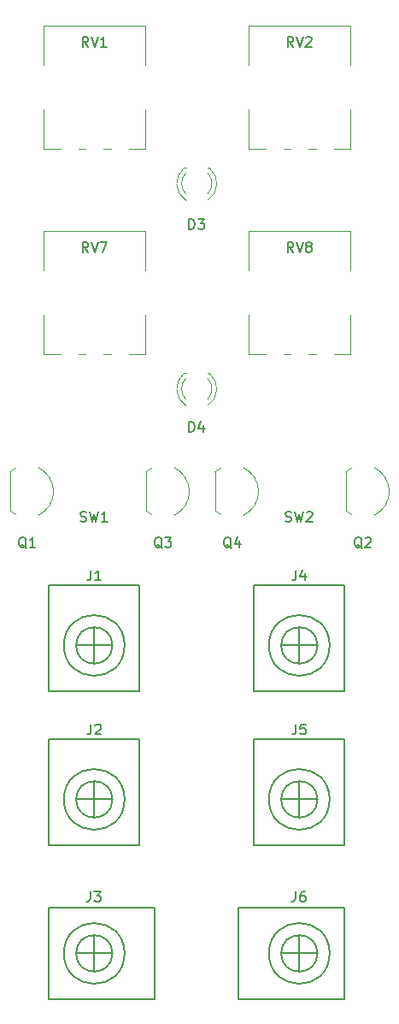
<source format=gbr>
G04 #@! TF.GenerationSoftware,KiCad,Pcbnew,(5.0.0)*
G04 #@! TF.CreationDate,2018-08-12T22:18:08+08:00*
G04 #@! TF.ProjectId,VCA,5643412E6B696361645F706362000000,rev?*
G04 #@! TF.SameCoordinates,PX18392c0PY18392c0*
G04 #@! TF.FileFunction,Legend,Top*
G04 #@! TF.FilePolarity,Positive*
%FSLAX46Y46*%
G04 Gerber Fmt 4.6, Leading zero omitted, Abs format (unit mm)*
G04 Created by KiCad (PCBNEW (5.0.0)) date 08/12/18 22:18:08*
%MOMM*%
%LPD*%
G01*
G04 APERTURE LIST*
%ADD10C,0.120000*%
%ADD11C,0.150000*%
G04 APERTURE END LIST*
D10*
G04 #@! TO.C,Q3*
X97185736Y-79264383D02*
G75*
G02X96598000Y-78872000I1112264J2302383D01*
G01*
X99396807Y-79318400D02*
G75*
G03X100898000Y-76962000I-1098807J2356400D01*
G01*
X99396807Y-74605600D02*
G75*
G02X100898000Y-76962000I-1098807J-2356400D01*
G01*
X97175955Y-74639369D02*
G75*
G03X96598000Y-75022000I1122045J-2322631D01*
G01*
X96598000Y-75022000D02*
X96598000Y-78872000D01*
G04 #@! TO.C,Q4*
X103456000Y-75022000D02*
X103456000Y-78872000D01*
X104033955Y-74639369D02*
G75*
G03X103456000Y-75022000I1122045J-2322631D01*
G01*
X106254807Y-74605600D02*
G75*
G02X107756000Y-76962000I-1098807J-2356400D01*
G01*
X106254807Y-79318400D02*
G75*
G03X107756000Y-76962000I-1098807J2356400D01*
G01*
X104043736Y-79264383D02*
G75*
G02X103456000Y-78872000I1112264J2302383D01*
G01*
G04 #@! TO.C,Q1*
X83723736Y-79264383D02*
G75*
G02X83136000Y-78872000I1112264J2302383D01*
G01*
X85934807Y-79318400D02*
G75*
G03X87436000Y-76962000I-1098807J2356400D01*
G01*
X85934807Y-74605600D02*
G75*
G02X87436000Y-76962000I-1098807J-2356400D01*
G01*
X83713955Y-74639369D02*
G75*
G03X83136000Y-75022000I1122045J-2322631D01*
G01*
X83136000Y-75022000D02*
X83136000Y-78872000D01*
G04 #@! TO.C,Q2*
X116410000Y-75022000D02*
X116410000Y-78872000D01*
X116987955Y-74639369D02*
G75*
G03X116410000Y-75022000I1122045J-2322631D01*
G01*
X119208807Y-74605600D02*
G75*
G02X120710000Y-76962000I-1098807J-2356400D01*
G01*
X119208807Y-79318400D02*
G75*
G03X120710000Y-76962000I-1098807J2356400D01*
G01*
X116997736Y-79264383D02*
G75*
G02X116410000Y-78872000I1112264J2302383D01*
G01*
D11*
G04 #@! TO.C,J2*
X93270480Y-107436920D02*
G75*
G03X93270480Y-107436920I-1800000J0D01*
G01*
X94477139Y-107436920D02*
G75*
G03X94477139Y-107436920I-3006659J0D01*
G01*
X86970480Y-101436920D02*
X86970480Y-111936920D01*
X95970480Y-101436920D02*
X86970480Y-101436920D01*
X95970480Y-111936920D02*
X95970480Y-101436920D01*
X86970480Y-111936920D02*
X95970480Y-111936920D01*
X91470480Y-105636920D02*
X91470480Y-109236920D01*
X93270480Y-107436920D02*
X89670480Y-107436920D01*
D10*
G04 #@! TO.C,RV8*
X106809480Y-63376920D02*
X106809480Y-59439920D01*
X106809480Y-55072920D02*
X106809480Y-51136920D01*
X116850480Y-63376920D02*
X116850480Y-59439920D01*
X116850480Y-55072920D02*
X116850480Y-51136920D01*
X106809480Y-63376920D02*
X108459480Y-63376920D01*
X110201480Y-63376920D02*
X110960480Y-63376920D01*
X112701480Y-63376920D02*
X113460480Y-63376920D01*
X115200480Y-63376920D02*
X116850480Y-63376920D01*
X106809480Y-51136920D02*
X116850480Y-51136920D01*
G04 #@! TO.C,RV7*
X86489480Y-63376920D02*
X86489480Y-59439920D01*
X86489480Y-55072920D02*
X86489480Y-51136920D01*
X96530480Y-63376920D02*
X96530480Y-59439920D01*
X96530480Y-55072920D02*
X96530480Y-51136920D01*
X86489480Y-63376920D02*
X88139480Y-63376920D01*
X89881480Y-63376920D02*
X90640480Y-63376920D01*
X92381480Y-63376920D02*
X93140480Y-63376920D01*
X94880480Y-63376920D02*
X96530480Y-63376920D01*
X86489480Y-51136920D02*
X96530480Y-51136920D01*
G04 #@! TO.C,RV2*
X106809480Y-43056920D02*
X106809480Y-39119920D01*
X106809480Y-34752920D02*
X106809480Y-30816920D01*
X116850480Y-43056920D02*
X116850480Y-39119920D01*
X116850480Y-34752920D02*
X116850480Y-30816920D01*
X106809480Y-43056920D02*
X108459480Y-43056920D01*
X110201480Y-43056920D02*
X110960480Y-43056920D01*
X112701480Y-43056920D02*
X113460480Y-43056920D01*
X115200480Y-43056920D02*
X116850480Y-43056920D01*
X106809480Y-30816920D02*
X116850480Y-30816920D01*
G04 #@! TO.C,RV1*
X86489480Y-43056920D02*
X86489480Y-39119920D01*
X86489480Y-34752920D02*
X86489480Y-30816920D01*
X96530480Y-43056920D02*
X96530480Y-39119920D01*
X96530480Y-34752920D02*
X96530480Y-30816920D01*
X86489480Y-43056920D02*
X88139480Y-43056920D01*
X89881480Y-43056920D02*
X90640480Y-43056920D01*
X92381480Y-43056920D02*
X93140480Y-43056920D01*
X94880480Y-43056920D02*
X96530480Y-43056920D01*
X86489480Y-30816920D02*
X96530480Y-30816920D01*
G04 #@! TO.C,D3*
X100550480Y-44916920D02*
X100394480Y-44916920D01*
X102866480Y-44916920D02*
X102710480Y-44916920D01*
X100550643Y-47518050D02*
G75*
G02X100550480Y-45435959I1079837J1041130D01*
G01*
X102710317Y-47518050D02*
G75*
G03X102710480Y-45435959I-1079837J1041130D01*
G01*
X100551872Y-48149255D02*
G75*
G02X100394964Y-44916920I1078608J1672335D01*
G01*
X102709088Y-48149255D02*
G75*
G03X102865996Y-44916920I-1078608J1672335D01*
G01*
G04 #@! TO.C,D4*
X100550480Y-65236920D02*
X100394480Y-65236920D01*
X102866480Y-65236920D02*
X102710480Y-65236920D01*
X100550643Y-67838050D02*
G75*
G02X100550480Y-65755959I1079837J1041130D01*
G01*
X102710317Y-67838050D02*
G75*
G03X102710480Y-65755959I-1079837J1041130D01*
G01*
X100551872Y-68469255D02*
G75*
G02X100394964Y-65236920I1078608J1672335D01*
G01*
X102709088Y-68469255D02*
G75*
G03X102865996Y-65236920I-1078608J1672335D01*
G01*
D11*
G04 #@! TO.C,J5*
X113590480Y-107436920D02*
G75*
G03X113590480Y-107436920I-1800000J0D01*
G01*
X114797139Y-107436920D02*
G75*
G03X114797139Y-107436920I-3006659J0D01*
G01*
X107290480Y-101436920D02*
X107290480Y-111936920D01*
X116290480Y-101436920D02*
X107290480Y-101436920D01*
X116290480Y-111936920D02*
X116290480Y-101436920D01*
X107290480Y-111936920D02*
X116290480Y-111936920D01*
X111790480Y-105636920D02*
X111790480Y-109236920D01*
X113590480Y-107436920D02*
X109990480Y-107436920D01*
G04 #@! TO.C,J4*
X113590480Y-92196920D02*
G75*
G03X113590480Y-92196920I-1800000J0D01*
G01*
X114797139Y-92196920D02*
G75*
G03X114797139Y-92196920I-3006659J0D01*
G01*
X107290480Y-86196920D02*
X107290480Y-96696920D01*
X116290480Y-86196920D02*
X107290480Y-86196920D01*
X116290480Y-96696920D02*
X116290480Y-86196920D01*
X107290480Y-96696920D02*
X116290480Y-96696920D01*
X111790480Y-90396920D02*
X111790480Y-93996920D01*
X113590480Y-92196920D02*
X109990480Y-92196920D01*
G04 #@! TO.C,J3*
X93270480Y-122676920D02*
G75*
G03X93270480Y-122676920I-1800000J0D01*
G01*
X94477139Y-122676920D02*
G75*
G03X94477139Y-122676920I-3006659J0D01*
G01*
X97470480Y-118176920D02*
X86970480Y-118176920D01*
X97470480Y-127176920D02*
X97470480Y-118176920D01*
X86970480Y-127176920D02*
X97470480Y-127176920D01*
X86970480Y-118176920D02*
X86970480Y-127176920D01*
X93270480Y-122676920D02*
X89670480Y-122676920D01*
X91470480Y-124476920D02*
X91470480Y-120876920D01*
G04 #@! TO.C,J1*
X93270480Y-92196920D02*
G75*
G03X93270480Y-92196920I-1800000J0D01*
G01*
X94477139Y-92196920D02*
G75*
G03X94477139Y-92196920I-3006659J0D01*
G01*
X86970480Y-86196920D02*
X86970480Y-96696920D01*
X95970480Y-86196920D02*
X86970480Y-86196920D01*
X95970480Y-96696920D02*
X95970480Y-86196920D01*
X86970480Y-96696920D02*
X95970480Y-96696920D01*
X91470480Y-90396920D02*
X91470480Y-93996920D01*
X93270480Y-92196920D02*
X89670480Y-92196920D01*
G04 #@! TO.C,J6*
X113590480Y-122676920D02*
G75*
G03X113590480Y-122676920I-1800000J0D01*
G01*
X114797139Y-122676920D02*
G75*
G03X114797139Y-122676920I-3006659J0D01*
G01*
X105790480Y-127176920D02*
X116290480Y-127176920D01*
X105790480Y-118176920D02*
X105790480Y-127176920D01*
X116290480Y-118176920D02*
X105790480Y-118176920D01*
X116290480Y-127176920D02*
X116290480Y-118176920D01*
X109990480Y-122676920D02*
X113590480Y-122676920D01*
X111790480Y-120876920D02*
X111790480Y-124476920D01*
G04 #@! TO.C,Q3*
X98202761Y-82589619D02*
X98107523Y-82542000D01*
X98012285Y-82446761D01*
X97869428Y-82303904D01*
X97774190Y-82256285D01*
X97678952Y-82256285D01*
X97726571Y-82494380D02*
X97631333Y-82446761D01*
X97536095Y-82351523D01*
X97488476Y-82161047D01*
X97488476Y-81827714D01*
X97536095Y-81637238D01*
X97631333Y-81542000D01*
X97726571Y-81494380D01*
X97917047Y-81494380D01*
X98012285Y-81542000D01*
X98107523Y-81637238D01*
X98155142Y-81827714D01*
X98155142Y-82161047D01*
X98107523Y-82351523D01*
X98012285Y-82446761D01*
X97917047Y-82494380D01*
X97726571Y-82494380D01*
X98488476Y-81494380D02*
X99107523Y-81494380D01*
X98774190Y-81875333D01*
X98917047Y-81875333D01*
X99012285Y-81922952D01*
X99059904Y-81970571D01*
X99107523Y-82065809D01*
X99107523Y-82303904D01*
X99059904Y-82399142D01*
X99012285Y-82446761D01*
X98917047Y-82494380D01*
X98631333Y-82494380D01*
X98536095Y-82446761D01*
X98488476Y-82399142D01*
G04 #@! TO.C,Q4*
X105060761Y-82589619D02*
X104965523Y-82542000D01*
X104870285Y-82446761D01*
X104727428Y-82303904D01*
X104632190Y-82256285D01*
X104536952Y-82256285D01*
X104584571Y-82494380D02*
X104489333Y-82446761D01*
X104394095Y-82351523D01*
X104346476Y-82161047D01*
X104346476Y-81827714D01*
X104394095Y-81637238D01*
X104489333Y-81542000D01*
X104584571Y-81494380D01*
X104775047Y-81494380D01*
X104870285Y-81542000D01*
X104965523Y-81637238D01*
X105013142Y-81827714D01*
X105013142Y-82161047D01*
X104965523Y-82351523D01*
X104870285Y-82446761D01*
X104775047Y-82494380D01*
X104584571Y-82494380D01*
X105870285Y-81827714D02*
X105870285Y-82494380D01*
X105632190Y-81446761D02*
X105394095Y-82161047D01*
X106013142Y-82161047D01*
G04 #@! TO.C,Q1*
X84740761Y-82589619D02*
X84645523Y-82542000D01*
X84550285Y-82446761D01*
X84407428Y-82303904D01*
X84312190Y-82256285D01*
X84216952Y-82256285D01*
X84264571Y-82494380D02*
X84169333Y-82446761D01*
X84074095Y-82351523D01*
X84026476Y-82161047D01*
X84026476Y-81827714D01*
X84074095Y-81637238D01*
X84169333Y-81542000D01*
X84264571Y-81494380D01*
X84455047Y-81494380D01*
X84550285Y-81542000D01*
X84645523Y-81637238D01*
X84693142Y-81827714D01*
X84693142Y-82161047D01*
X84645523Y-82351523D01*
X84550285Y-82446761D01*
X84455047Y-82494380D01*
X84264571Y-82494380D01*
X85645523Y-82494380D02*
X85074095Y-82494380D01*
X85359809Y-82494380D02*
X85359809Y-81494380D01*
X85264571Y-81637238D01*
X85169333Y-81732476D01*
X85074095Y-81780095D01*
G04 #@! TO.C,Q2*
X118014761Y-82589619D02*
X117919523Y-82542000D01*
X117824285Y-82446761D01*
X117681428Y-82303904D01*
X117586190Y-82256285D01*
X117490952Y-82256285D01*
X117538571Y-82494380D02*
X117443333Y-82446761D01*
X117348095Y-82351523D01*
X117300476Y-82161047D01*
X117300476Y-81827714D01*
X117348095Y-81637238D01*
X117443333Y-81542000D01*
X117538571Y-81494380D01*
X117729047Y-81494380D01*
X117824285Y-81542000D01*
X117919523Y-81637238D01*
X117967142Y-81827714D01*
X117967142Y-82161047D01*
X117919523Y-82351523D01*
X117824285Y-82446761D01*
X117729047Y-82494380D01*
X117538571Y-82494380D01*
X118348095Y-81589619D02*
X118395714Y-81542000D01*
X118490952Y-81494380D01*
X118729047Y-81494380D01*
X118824285Y-81542000D01*
X118871904Y-81589619D01*
X118919523Y-81684857D01*
X118919523Y-81780095D01*
X118871904Y-81922952D01*
X118300476Y-82494380D01*
X118919523Y-82494380D01*
G04 #@! TO.C,J2*
X91137146Y-99989300D02*
X91137146Y-100703586D01*
X91089527Y-100846443D01*
X90994289Y-100941681D01*
X90851432Y-100989300D01*
X90756194Y-100989300D01*
X91565718Y-100084539D02*
X91613337Y-100036920D01*
X91708575Y-99989300D01*
X91946670Y-99989300D01*
X92041908Y-100036920D01*
X92089527Y-100084539D01*
X92137146Y-100179777D01*
X92137146Y-100275015D01*
X92089527Y-100417872D01*
X91518099Y-100989300D01*
X92137146Y-100989300D01*
G04 #@! TO.C,RV8*
X111195241Y-53279300D02*
X110861908Y-52803110D01*
X110623813Y-53279300D02*
X110623813Y-52279300D01*
X111004765Y-52279300D01*
X111100003Y-52326920D01*
X111147622Y-52374539D01*
X111195241Y-52469777D01*
X111195241Y-52612634D01*
X111147622Y-52707872D01*
X111100003Y-52755491D01*
X111004765Y-52803110D01*
X110623813Y-52803110D01*
X111480956Y-52279300D02*
X111814289Y-53279300D01*
X112147622Y-52279300D01*
X112623813Y-52707872D02*
X112528575Y-52660253D01*
X112480956Y-52612634D01*
X112433337Y-52517396D01*
X112433337Y-52469777D01*
X112480956Y-52374539D01*
X112528575Y-52326920D01*
X112623813Y-52279300D01*
X112814289Y-52279300D01*
X112909527Y-52326920D01*
X112957146Y-52374539D01*
X113004765Y-52469777D01*
X113004765Y-52517396D01*
X112957146Y-52612634D01*
X112909527Y-52660253D01*
X112814289Y-52707872D01*
X112623813Y-52707872D01*
X112528575Y-52755491D01*
X112480956Y-52803110D01*
X112433337Y-52898348D01*
X112433337Y-53088824D01*
X112480956Y-53184062D01*
X112528575Y-53231681D01*
X112623813Y-53279300D01*
X112814289Y-53279300D01*
X112909527Y-53231681D01*
X112957146Y-53184062D01*
X113004765Y-53088824D01*
X113004765Y-52898348D01*
X112957146Y-52803110D01*
X112909527Y-52755491D01*
X112814289Y-52707872D01*
G04 #@! TO.C,RV7*
X90875241Y-53279300D02*
X90541908Y-52803110D01*
X90303813Y-53279300D02*
X90303813Y-52279300D01*
X90684765Y-52279300D01*
X90780003Y-52326920D01*
X90827622Y-52374539D01*
X90875241Y-52469777D01*
X90875241Y-52612634D01*
X90827622Y-52707872D01*
X90780003Y-52755491D01*
X90684765Y-52803110D01*
X90303813Y-52803110D01*
X91160956Y-52279300D02*
X91494289Y-53279300D01*
X91827622Y-52279300D01*
X92065718Y-52279300D02*
X92732384Y-52279300D01*
X92303813Y-53279300D01*
G04 #@! TO.C,RV2*
X111195241Y-32959300D02*
X110861908Y-32483110D01*
X110623813Y-32959300D02*
X110623813Y-31959300D01*
X111004765Y-31959300D01*
X111100003Y-32006920D01*
X111147622Y-32054539D01*
X111195241Y-32149777D01*
X111195241Y-32292634D01*
X111147622Y-32387872D01*
X111100003Y-32435491D01*
X111004765Y-32483110D01*
X110623813Y-32483110D01*
X111480956Y-31959300D02*
X111814289Y-32959300D01*
X112147622Y-31959300D01*
X112433337Y-32054539D02*
X112480956Y-32006920D01*
X112576194Y-31959300D01*
X112814289Y-31959300D01*
X112909527Y-32006920D01*
X112957146Y-32054539D01*
X113004765Y-32149777D01*
X113004765Y-32245015D01*
X112957146Y-32387872D01*
X112385718Y-32959300D01*
X113004765Y-32959300D01*
G04 #@! TO.C,RV1*
X90875241Y-32959300D02*
X90541908Y-32483110D01*
X90303813Y-32959300D02*
X90303813Y-31959300D01*
X90684765Y-31959300D01*
X90780003Y-32006920D01*
X90827622Y-32054539D01*
X90875241Y-32149777D01*
X90875241Y-32292634D01*
X90827622Y-32387872D01*
X90780003Y-32435491D01*
X90684765Y-32483110D01*
X90303813Y-32483110D01*
X91160956Y-31959300D02*
X91494289Y-32959300D01*
X91827622Y-31959300D01*
X92684765Y-32959300D02*
X92113337Y-32959300D01*
X92399051Y-32959300D02*
X92399051Y-31959300D01*
X92303813Y-32102158D01*
X92208575Y-32197396D01*
X92113337Y-32245015D01*
G04 #@! TO.C,D3*
X100861904Y-50998380D02*
X100861904Y-49998380D01*
X101100000Y-49998380D01*
X101242857Y-50046000D01*
X101338095Y-50141238D01*
X101385714Y-50236476D01*
X101433333Y-50426952D01*
X101433333Y-50569809D01*
X101385714Y-50760285D01*
X101338095Y-50855523D01*
X101242857Y-50950761D01*
X101100000Y-50998380D01*
X100861904Y-50998380D01*
X101766666Y-49998380D02*
X102385714Y-49998380D01*
X102052380Y-50379333D01*
X102195238Y-50379333D01*
X102290476Y-50426952D01*
X102338095Y-50474571D01*
X102385714Y-50569809D01*
X102385714Y-50807904D01*
X102338095Y-50903142D01*
X102290476Y-50950761D01*
X102195238Y-50998380D01*
X101909523Y-50998380D01*
X101814285Y-50950761D01*
X101766666Y-50903142D01*
G04 #@! TO.C,D4*
X100861904Y-71064380D02*
X100861904Y-70064380D01*
X101100000Y-70064380D01*
X101242857Y-70112000D01*
X101338095Y-70207238D01*
X101385714Y-70302476D01*
X101433333Y-70492952D01*
X101433333Y-70635809D01*
X101385714Y-70826285D01*
X101338095Y-70921523D01*
X101242857Y-71016761D01*
X101100000Y-71064380D01*
X100861904Y-71064380D01*
X102290476Y-70397714D02*
X102290476Y-71064380D01*
X102052380Y-70016761D02*
X101814285Y-70731047D01*
X102433333Y-70731047D01*
G04 #@! TO.C,J5*
X111457146Y-99989300D02*
X111457146Y-100703586D01*
X111409527Y-100846443D01*
X111314289Y-100941681D01*
X111171432Y-100989300D01*
X111076194Y-100989300D01*
X112409527Y-99989300D02*
X111933337Y-99989300D01*
X111885718Y-100465491D01*
X111933337Y-100417872D01*
X112028575Y-100370253D01*
X112266670Y-100370253D01*
X112361908Y-100417872D01*
X112409527Y-100465491D01*
X112457146Y-100560729D01*
X112457146Y-100798824D01*
X112409527Y-100894062D01*
X112361908Y-100941681D01*
X112266670Y-100989300D01*
X112028575Y-100989300D01*
X111933337Y-100941681D01*
X111885718Y-100894062D01*
G04 #@! TO.C,J4*
X111457146Y-84749300D02*
X111457146Y-85463586D01*
X111409527Y-85606443D01*
X111314289Y-85701681D01*
X111171432Y-85749300D01*
X111076194Y-85749300D01*
X112361908Y-85082634D02*
X112361908Y-85749300D01*
X112123813Y-84701681D02*
X111885718Y-85415967D01*
X112504765Y-85415967D01*
G04 #@! TO.C,J3*
X91106666Y-116546380D02*
X91106666Y-117260666D01*
X91059047Y-117403523D01*
X90963809Y-117498761D01*
X90820952Y-117546380D01*
X90725714Y-117546380D01*
X91487619Y-116546380D02*
X92106666Y-116546380D01*
X91773333Y-116927333D01*
X91916190Y-116927333D01*
X92011428Y-116974952D01*
X92059047Y-117022571D01*
X92106666Y-117117809D01*
X92106666Y-117355904D01*
X92059047Y-117451142D01*
X92011428Y-117498761D01*
X91916190Y-117546380D01*
X91630476Y-117546380D01*
X91535238Y-117498761D01*
X91487619Y-117451142D01*
G04 #@! TO.C,J1*
X91137146Y-84749300D02*
X91137146Y-85463586D01*
X91089527Y-85606443D01*
X90994289Y-85701681D01*
X90851432Y-85749300D01*
X90756194Y-85749300D01*
X92137146Y-85749300D02*
X91565718Y-85749300D01*
X91851432Y-85749300D02*
X91851432Y-84749300D01*
X91756194Y-84892158D01*
X91660956Y-84987396D01*
X91565718Y-85035015D01*
G04 #@! TO.C,J6*
X111426666Y-116546380D02*
X111426666Y-117260666D01*
X111379047Y-117403523D01*
X111283809Y-117498761D01*
X111140952Y-117546380D01*
X111045714Y-117546380D01*
X112331428Y-116546380D02*
X112140952Y-116546380D01*
X112045714Y-116594000D01*
X111998095Y-116641619D01*
X111902857Y-116784476D01*
X111855238Y-116974952D01*
X111855238Y-117355904D01*
X111902857Y-117451142D01*
X111950476Y-117498761D01*
X112045714Y-117546380D01*
X112236190Y-117546380D01*
X112331428Y-117498761D01*
X112379047Y-117451142D01*
X112426666Y-117355904D01*
X112426666Y-117117809D01*
X112379047Y-117022571D01*
X112331428Y-116974952D01*
X112236190Y-116927333D01*
X112045714Y-116927333D01*
X111950476Y-116974952D01*
X111902857Y-117022571D01*
X111855238Y-117117809D01*
G04 #@! TO.C,SW2*
X110426666Y-79906761D02*
X110569523Y-79954380D01*
X110807619Y-79954380D01*
X110902857Y-79906761D01*
X110950476Y-79859142D01*
X110998095Y-79763904D01*
X110998095Y-79668666D01*
X110950476Y-79573428D01*
X110902857Y-79525809D01*
X110807619Y-79478190D01*
X110617142Y-79430571D01*
X110521904Y-79382952D01*
X110474285Y-79335333D01*
X110426666Y-79240095D01*
X110426666Y-79144857D01*
X110474285Y-79049619D01*
X110521904Y-79002000D01*
X110617142Y-78954380D01*
X110855238Y-78954380D01*
X110998095Y-79002000D01*
X111331428Y-78954380D02*
X111569523Y-79954380D01*
X111760000Y-79240095D01*
X111950476Y-79954380D01*
X112188571Y-78954380D01*
X112521904Y-79049619D02*
X112569523Y-79002000D01*
X112664761Y-78954380D01*
X112902857Y-78954380D01*
X112998095Y-79002000D01*
X113045714Y-79049619D01*
X113093333Y-79144857D01*
X113093333Y-79240095D01*
X113045714Y-79382952D01*
X112474285Y-79954380D01*
X113093333Y-79954380D01*
G04 #@! TO.C,SW1*
X90106666Y-79906761D02*
X90249523Y-79954380D01*
X90487619Y-79954380D01*
X90582857Y-79906761D01*
X90630476Y-79859142D01*
X90678095Y-79763904D01*
X90678095Y-79668666D01*
X90630476Y-79573428D01*
X90582857Y-79525809D01*
X90487619Y-79478190D01*
X90297142Y-79430571D01*
X90201904Y-79382952D01*
X90154285Y-79335333D01*
X90106666Y-79240095D01*
X90106666Y-79144857D01*
X90154285Y-79049619D01*
X90201904Y-79002000D01*
X90297142Y-78954380D01*
X90535238Y-78954380D01*
X90678095Y-79002000D01*
X91011428Y-78954380D02*
X91249523Y-79954380D01*
X91440000Y-79240095D01*
X91630476Y-79954380D01*
X91868571Y-78954380D01*
X92773333Y-79954380D02*
X92201904Y-79954380D01*
X92487619Y-79954380D02*
X92487619Y-78954380D01*
X92392380Y-79097238D01*
X92297142Y-79192476D01*
X92201904Y-79240095D01*
G04 #@! TD*
M02*

</source>
